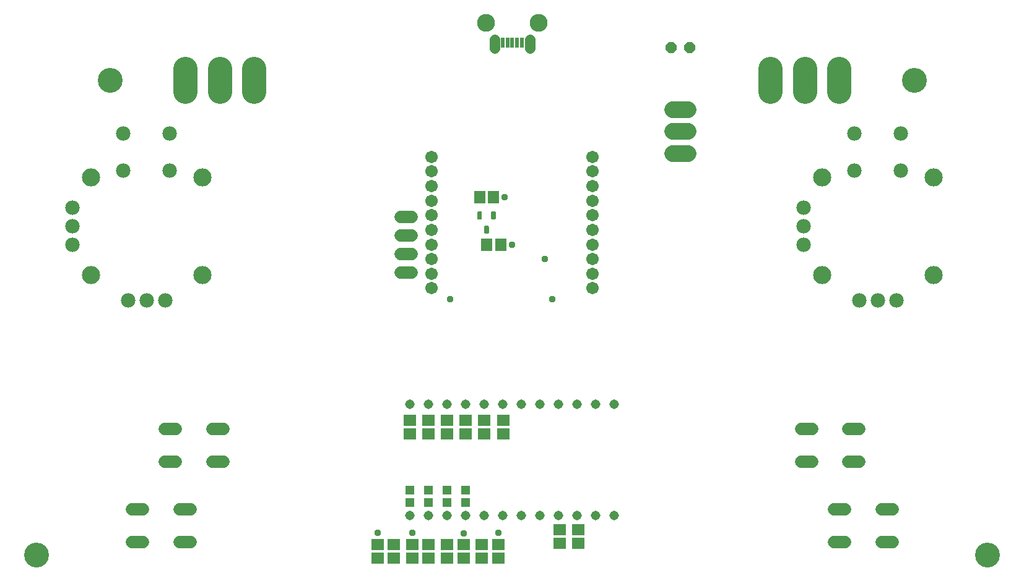
<source format=gbr>
G04 EAGLE Gerber RS-274X export*
G75*
%MOMM*%
%FSLAX34Y34*%
%LPD*%
%INSoldermask Top*%
%IPPOS*%
%AMOC8*
5,1,8,0,0,1.08239X$1,22.5*%
G01*
%ADD10C,3.403200*%
%ADD11C,2.489200*%
%ADD12C,1.981200*%
%ADD13C,1.311200*%
%ADD14C,1.711200*%
%ADD15C,1.727200*%
%ADD16C,3.319200*%
%ADD17R,1.503200X1.703200*%
%ADD18R,1.703200X1.503200*%
%ADD19R,1.203200X1.303200*%
%ADD20C,2.303200*%
%ADD21C,2.453200*%
%ADD22R,0.500000X1.450000*%
%ADD23C,1.411200*%
%ADD24P,1.649562X8X22.500000*%
%ADD25C,0.959600*%

G36*
X-23750Y124221D02*
X-23750Y124221D01*
X-23743Y124226D01*
X-23739Y124222D01*
X-23495Y124280D01*
X-23491Y124285D01*
X-23487Y124283D01*
X-23255Y124379D01*
X-23252Y124384D01*
X-23248Y124382D01*
X-23034Y124514D01*
X-23032Y124519D01*
X-23028Y124519D01*
X-22837Y124682D01*
X-22836Y124687D01*
X-22832Y124687D01*
X-22669Y124878D01*
X-22668Y124884D01*
X-22664Y124884D01*
X-22532Y125098D01*
X-22533Y125104D01*
X-22529Y125105D01*
X-22433Y125337D01*
X-22434Y125343D01*
X-22430Y125345D01*
X-22372Y125589D01*
X-22374Y125594D01*
X-22371Y125596D01*
X-22351Y125846D01*
X-22353Y125849D01*
X-22351Y125850D01*
X-22351Y133650D01*
X-22353Y133652D01*
X-22351Y133654D01*
X-22371Y133904D01*
X-22375Y133908D01*
X-22372Y133911D01*
X-22430Y134155D01*
X-22435Y134159D01*
X-22433Y134163D01*
X-22529Y134395D01*
X-22534Y134398D01*
X-22532Y134402D01*
X-22664Y134616D01*
X-22669Y134618D01*
X-22669Y134622D01*
X-22832Y134813D01*
X-22837Y134814D01*
X-22837Y134818D01*
X-23028Y134981D01*
X-23034Y134982D01*
X-23034Y134986D01*
X-23248Y135118D01*
X-23254Y135117D01*
X-23255Y135122D01*
X-23487Y135218D01*
X-23493Y135216D01*
X-23495Y135220D01*
X-23739Y135278D01*
X-23744Y135276D01*
X-23746Y135279D01*
X-23996Y135299D01*
X-23999Y135297D01*
X-24000Y135299D01*
X-27250Y135279D01*
X-27257Y135274D01*
X-27261Y135278D01*
X-27505Y135220D01*
X-27509Y135215D01*
X-27513Y135218D01*
X-27745Y135122D01*
X-27748Y135116D01*
X-27752Y135118D01*
X-27966Y134986D01*
X-27968Y134981D01*
X-27972Y134981D01*
X-28163Y134818D01*
X-28164Y134813D01*
X-28168Y134813D01*
X-28331Y134622D01*
X-28332Y134616D01*
X-28336Y134616D01*
X-28468Y134402D01*
X-28467Y134396D01*
X-28472Y134395D01*
X-28568Y134163D01*
X-28566Y134157D01*
X-28570Y134155D01*
X-28628Y133911D01*
X-28626Y133906D01*
X-28629Y133904D01*
X-28649Y133654D01*
X-28647Y133651D01*
X-28649Y133650D01*
X-28649Y125850D01*
X-28647Y125848D01*
X-28649Y125846D01*
X-28629Y125596D01*
X-28625Y125592D01*
X-28628Y125589D01*
X-28570Y125345D01*
X-28565Y125341D01*
X-28568Y125337D01*
X-28472Y125105D01*
X-28466Y125102D01*
X-28468Y125098D01*
X-28336Y124884D01*
X-28331Y124882D01*
X-28331Y124878D01*
X-28168Y124687D01*
X-28163Y124686D01*
X-28163Y124682D01*
X-27972Y124519D01*
X-27966Y124518D01*
X-27966Y124514D01*
X-27752Y124382D01*
X-27746Y124383D01*
X-27745Y124379D01*
X-27513Y124283D01*
X-27507Y124284D01*
X-27505Y124280D01*
X-27261Y124222D01*
X-27256Y124224D01*
X-27254Y124221D01*
X-27004Y124201D01*
X-27001Y124203D01*
X-27000Y124201D01*
X-23750Y124221D01*
G37*
G36*
X-42750Y124221D02*
X-42750Y124221D01*
X-42743Y124226D01*
X-42739Y124222D01*
X-42495Y124280D01*
X-42491Y124285D01*
X-42487Y124283D01*
X-42255Y124379D01*
X-42252Y124384D01*
X-42248Y124382D01*
X-42034Y124514D01*
X-42032Y124519D01*
X-42028Y124519D01*
X-41837Y124682D01*
X-41836Y124687D01*
X-41832Y124687D01*
X-41669Y124878D01*
X-41668Y124884D01*
X-41664Y124884D01*
X-41532Y125098D01*
X-41533Y125104D01*
X-41529Y125105D01*
X-41433Y125337D01*
X-41434Y125343D01*
X-41430Y125345D01*
X-41372Y125589D01*
X-41374Y125594D01*
X-41371Y125596D01*
X-41351Y125846D01*
X-41353Y125849D01*
X-41351Y125850D01*
X-41351Y133650D01*
X-41353Y133652D01*
X-41351Y133654D01*
X-41371Y133904D01*
X-41375Y133908D01*
X-41372Y133911D01*
X-41430Y134155D01*
X-41435Y134159D01*
X-41433Y134163D01*
X-41529Y134395D01*
X-41534Y134398D01*
X-41532Y134402D01*
X-41664Y134616D01*
X-41669Y134618D01*
X-41669Y134622D01*
X-41832Y134813D01*
X-41837Y134814D01*
X-41837Y134818D01*
X-42028Y134981D01*
X-42034Y134982D01*
X-42034Y134986D01*
X-42248Y135118D01*
X-42254Y135117D01*
X-42255Y135122D01*
X-42487Y135218D01*
X-42493Y135216D01*
X-42495Y135220D01*
X-42739Y135278D01*
X-42744Y135276D01*
X-42746Y135279D01*
X-42996Y135299D01*
X-42999Y135297D01*
X-43000Y135299D01*
X-46250Y135279D01*
X-46257Y135274D01*
X-46261Y135278D01*
X-46505Y135220D01*
X-46509Y135215D01*
X-46513Y135218D01*
X-46745Y135122D01*
X-46748Y135116D01*
X-46752Y135118D01*
X-46966Y134986D01*
X-46968Y134981D01*
X-46972Y134981D01*
X-47163Y134818D01*
X-47164Y134813D01*
X-47168Y134813D01*
X-47331Y134622D01*
X-47332Y134616D01*
X-47336Y134616D01*
X-47468Y134402D01*
X-47467Y134396D01*
X-47472Y134395D01*
X-47568Y134163D01*
X-47566Y134157D01*
X-47570Y134155D01*
X-47628Y133911D01*
X-47626Y133906D01*
X-47629Y133904D01*
X-47649Y133654D01*
X-47647Y133651D01*
X-47649Y133650D01*
X-47649Y125850D01*
X-47647Y125848D01*
X-47649Y125846D01*
X-47629Y125596D01*
X-47625Y125592D01*
X-47628Y125589D01*
X-47570Y125345D01*
X-47565Y125341D01*
X-47568Y125337D01*
X-47472Y125105D01*
X-47466Y125102D01*
X-47468Y125098D01*
X-47336Y124884D01*
X-47331Y124882D01*
X-47331Y124878D01*
X-47168Y124687D01*
X-47163Y124686D01*
X-47163Y124682D01*
X-46972Y124519D01*
X-46966Y124518D01*
X-46966Y124514D01*
X-46752Y124382D01*
X-46746Y124383D01*
X-46745Y124379D01*
X-46513Y124283D01*
X-46507Y124284D01*
X-46505Y124280D01*
X-46261Y124222D01*
X-46256Y124224D01*
X-46254Y124221D01*
X-46004Y124201D01*
X-46001Y124203D01*
X-46000Y124201D01*
X-42750Y124221D01*
G37*
G36*
X-33250Y104721D02*
X-33250Y104721D01*
X-33243Y104726D01*
X-33239Y104722D01*
X-32995Y104780D01*
X-32991Y104785D01*
X-32987Y104783D01*
X-32755Y104879D01*
X-32752Y104884D01*
X-32748Y104882D01*
X-32534Y105014D01*
X-32532Y105019D01*
X-32528Y105019D01*
X-32337Y105182D01*
X-32336Y105187D01*
X-32332Y105187D01*
X-32169Y105378D01*
X-32168Y105384D01*
X-32164Y105384D01*
X-32032Y105598D01*
X-32033Y105604D01*
X-32029Y105605D01*
X-31933Y105837D01*
X-31934Y105843D01*
X-31930Y105845D01*
X-31872Y106089D01*
X-31874Y106094D01*
X-31871Y106096D01*
X-31851Y106346D01*
X-31853Y106349D01*
X-31851Y106350D01*
X-31851Y114150D01*
X-31853Y114152D01*
X-31851Y114154D01*
X-31871Y114404D01*
X-31875Y114408D01*
X-31872Y114411D01*
X-31930Y114655D01*
X-31935Y114659D01*
X-31933Y114663D01*
X-32029Y114895D01*
X-32034Y114898D01*
X-32032Y114902D01*
X-32164Y115116D01*
X-32169Y115118D01*
X-32169Y115122D01*
X-32332Y115313D01*
X-32337Y115314D01*
X-32337Y115318D01*
X-32528Y115481D01*
X-32534Y115482D01*
X-32534Y115486D01*
X-32748Y115618D01*
X-32754Y115617D01*
X-32755Y115622D01*
X-32987Y115718D01*
X-32993Y115716D01*
X-32995Y115720D01*
X-33239Y115778D01*
X-33244Y115776D01*
X-33246Y115779D01*
X-33496Y115799D01*
X-33499Y115797D01*
X-33500Y115799D01*
X-36750Y115779D01*
X-36757Y115774D01*
X-36761Y115778D01*
X-37005Y115720D01*
X-37009Y115715D01*
X-37013Y115718D01*
X-37245Y115622D01*
X-37248Y115616D01*
X-37252Y115618D01*
X-37466Y115486D01*
X-37468Y115481D01*
X-37472Y115481D01*
X-37663Y115318D01*
X-37664Y115313D01*
X-37668Y115313D01*
X-37831Y115122D01*
X-37832Y115116D01*
X-37836Y115116D01*
X-37968Y114902D01*
X-37967Y114896D01*
X-37972Y114895D01*
X-38068Y114663D01*
X-38066Y114657D01*
X-38070Y114655D01*
X-38128Y114411D01*
X-38126Y114406D01*
X-38129Y114404D01*
X-38149Y114154D01*
X-38147Y114151D01*
X-38149Y114150D01*
X-38149Y106350D01*
X-38147Y106348D01*
X-38149Y106346D01*
X-38129Y106096D01*
X-38125Y106092D01*
X-38128Y106089D01*
X-38070Y105845D01*
X-38065Y105841D01*
X-38068Y105837D01*
X-37972Y105605D01*
X-37966Y105602D01*
X-37968Y105598D01*
X-37836Y105384D01*
X-37831Y105382D01*
X-37831Y105378D01*
X-37668Y105187D01*
X-37663Y105186D01*
X-37663Y105182D01*
X-37472Y105019D01*
X-37466Y105018D01*
X-37466Y105014D01*
X-37252Y104882D01*
X-37246Y104883D01*
X-37245Y104879D01*
X-37013Y104783D01*
X-37007Y104784D01*
X-37005Y104780D01*
X-36761Y104722D01*
X-36756Y104724D01*
X-36754Y104721D01*
X-36504Y104701D01*
X-36501Y104703D01*
X-36500Y104701D01*
X-33250Y104721D01*
G37*
D10*
X-650000Y-335000D03*
X650000Y-335000D03*
X550000Y315000D03*
X-550000Y315000D03*
D11*
X423800Y181675D03*
X576200Y181675D03*
X576200Y48325D03*
X423800Y48325D03*
D12*
X525400Y13400D03*
X500000Y13400D03*
X474600Y13400D03*
X398400Y115000D03*
X398400Y89600D03*
X398400Y140400D03*
X531750Y191200D03*
X468250Y191200D03*
X468250Y242000D03*
X531750Y242000D03*
D11*
X-576200Y181675D03*
X-423800Y181675D03*
X-423800Y48325D03*
X-576200Y48325D03*
D12*
X-474600Y13400D03*
X-500000Y13400D03*
X-525400Y13400D03*
X-601600Y115000D03*
X-601600Y89600D03*
X-601600Y140400D03*
X-468250Y191200D03*
X-531750Y191200D03*
X-531750Y242000D03*
X-468250Y242000D03*
D13*
X139700Y-128800D03*
X114300Y-128800D03*
X88900Y-128800D03*
X63500Y-128800D03*
X38100Y-128800D03*
X12700Y-128800D03*
X-12700Y-128800D03*
X-38100Y-128800D03*
X-63500Y-128800D03*
X-88900Y-128800D03*
X-114300Y-128800D03*
X-139700Y-128800D03*
X139700Y-281200D03*
X114300Y-281200D03*
X88900Y-281200D03*
X63500Y-281200D03*
X38100Y-281200D03*
X12700Y-281200D03*
X-12700Y-281200D03*
X-38100Y-281200D03*
X-63500Y-281200D03*
X-88900Y-281200D03*
X-114300Y-281200D03*
X-139700Y-281200D03*
D14*
X109982Y30000D03*
X109982Y50000D03*
X109982Y70000D03*
X109982Y90000D03*
X109982Y110000D03*
X109982Y130000D03*
X109982Y150000D03*
X109982Y170000D03*
X109982Y190000D03*
X109982Y210000D03*
X-109982Y30000D03*
X-109982Y50000D03*
X-109982Y70000D03*
X-109982Y90000D03*
X-109982Y110000D03*
X-109982Y130000D03*
X-109982Y150000D03*
X-109982Y170000D03*
X-109982Y190000D03*
X-109982Y210000D03*
D15*
X-504892Y-272394D02*
X-520132Y-272394D01*
X-520132Y-317606D02*
X-504892Y-317606D01*
X-455108Y-272394D02*
X-439868Y-272394D01*
X-439868Y-317606D02*
X-455108Y-317606D01*
X-459892Y-162394D02*
X-475132Y-162394D01*
X-475132Y-207606D02*
X-459892Y-207606D01*
X-410108Y-162394D02*
X-394868Y-162394D01*
X-394868Y-207606D02*
X-410108Y-207606D01*
X394868Y-162394D02*
X410108Y-162394D01*
X410108Y-207606D02*
X394868Y-207606D01*
X459892Y-162394D02*
X475132Y-162394D01*
X475132Y-207606D02*
X459892Y-207606D01*
X455108Y-272394D02*
X439868Y-272394D01*
X439868Y-317606D02*
X455108Y-317606D01*
X504892Y-272394D02*
X520132Y-272394D01*
X520132Y-317606D02*
X504892Y-317606D01*
D16*
X-447000Y299420D02*
X-447000Y330580D01*
X-400000Y330580D02*
X-400000Y299420D01*
X-353000Y299420D02*
X-353000Y330580D01*
X447000Y330580D02*
X447000Y299420D01*
X400000Y299420D02*
X400000Y330580D01*
X353000Y330580D02*
X353000Y299420D01*
D17*
X-44500Y155000D03*
X-25500Y155000D03*
X-34500Y90000D03*
X-15500Y90000D03*
D18*
X-136580Y-339730D03*
X-136580Y-320730D03*
X-114080Y-320730D03*
X-114080Y-339730D03*
D19*
X-114307Y-263500D03*
X-114307Y-246500D03*
D18*
X-184080Y-339730D03*
X-184080Y-320730D03*
X-161580Y-320730D03*
X-161580Y-339730D03*
D19*
X-139615Y-263346D03*
X-139615Y-246346D03*
D18*
X-19080Y-339730D03*
X-19080Y-320730D03*
X-41580Y-320730D03*
X-41580Y-339730D03*
D19*
X-63614Y-263654D03*
X-63614Y-246654D03*
D18*
X-66580Y-339730D03*
X-66580Y-320730D03*
X-89080Y-320730D03*
X-89080Y-339730D03*
D19*
X-89076Y-263423D03*
X-89076Y-246423D03*
D18*
X-38011Y-169500D03*
X-38011Y-150500D03*
X-63416Y-169500D03*
X-63416Y-150500D03*
X-114178Y-169441D03*
X-114178Y-150441D03*
X-89000Y-169500D03*
X-89000Y-150500D03*
X-139703Y-169441D03*
X-139703Y-150441D03*
X-12368Y-169560D03*
X-12368Y-150560D03*
X90000Y-300500D03*
X90000Y-319500D03*
X65000Y-300500D03*
X65000Y-319500D03*
D20*
X219500Y215000D02*
X240500Y215000D01*
X240500Y245000D02*
X219500Y245000D01*
X219500Y275000D02*
X240500Y275000D01*
D21*
X-36000Y393500D03*
X36000Y393500D03*
D22*
X13000Y366750D03*
D23*
X24250Y370540D02*
X24250Y358460D01*
X-24250Y358460D02*
X-24250Y370540D01*
D22*
X6500Y366750D03*
X0Y366750D03*
X-6500Y366750D03*
X-13000Y366750D03*
D24*
X217300Y360000D03*
X242700Y360000D03*
D15*
X-137380Y51900D02*
X-152620Y51900D01*
X-152620Y77300D02*
X-137380Y77300D01*
X-137380Y102700D02*
X-152620Y102700D01*
X-152620Y128100D02*
X-137380Y128100D01*
D25*
X-10000Y155000D03*
X-85000Y15000D03*
X55000Y15000D03*
X45000Y70000D03*
X0Y90000D03*
X-184038Y-305064D03*
X-136602Y-305257D03*
X-66591Y-305535D03*
X-19145Y-305160D03*
M02*

</source>
